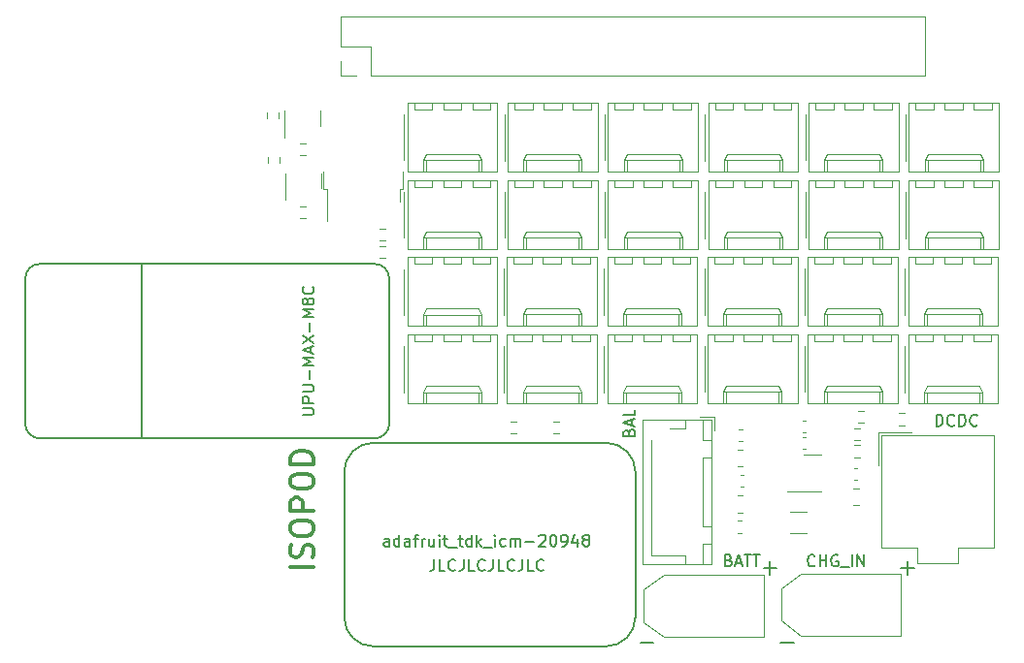
<source format=gbr>
%TF.GenerationSoftware,KiCad,Pcbnew,(6.0.1)*%
%TF.CreationDate,2022-03-24T21:22:16+00:00*%
%TF.ProjectId,isopod_distro,69736f70-6f64-45f6-9469-7374726f2e6b,rev?*%
%TF.SameCoordinates,Original*%
%TF.FileFunction,Legend,Top*%
%TF.FilePolarity,Positive*%
%FSLAX46Y46*%
G04 Gerber Fmt 4.6, Leading zero omitted, Abs format (unit mm)*
G04 Created by KiCad (PCBNEW (6.0.1)) date 2022-03-24 21:22:16*
%MOMM*%
%LPD*%
G01*
G04 APERTURE LIST*
%ADD10C,0.150000*%
%ADD11C,0.300000*%
%ADD12C,0.120000*%
G04 APERTURE END LIST*
D10*
X165180952Y-148352380D02*
X165180952Y-149066666D01*
X165133333Y-149209523D01*
X165038095Y-149304761D01*
X164895238Y-149352380D01*
X164800000Y-149352380D01*
X166133333Y-149352380D02*
X165657142Y-149352380D01*
X165657142Y-148352380D01*
X167038095Y-149257142D02*
X166990476Y-149304761D01*
X166847619Y-149352380D01*
X166752380Y-149352380D01*
X166609523Y-149304761D01*
X166514285Y-149209523D01*
X166466666Y-149114285D01*
X166419047Y-148923809D01*
X166419047Y-148780952D01*
X166466666Y-148590476D01*
X166514285Y-148495238D01*
X166609523Y-148400000D01*
X166752380Y-148352380D01*
X166847619Y-148352380D01*
X166990476Y-148400000D01*
X167038095Y-148447619D01*
X167752380Y-148352380D02*
X167752380Y-149066666D01*
X167704761Y-149209523D01*
X167609523Y-149304761D01*
X167466666Y-149352380D01*
X167371428Y-149352380D01*
X168704761Y-149352380D02*
X168228571Y-149352380D01*
X168228571Y-148352380D01*
X169609523Y-149257142D02*
X169561904Y-149304761D01*
X169419047Y-149352380D01*
X169323809Y-149352380D01*
X169180952Y-149304761D01*
X169085714Y-149209523D01*
X169038095Y-149114285D01*
X168990476Y-148923809D01*
X168990476Y-148780952D01*
X169038095Y-148590476D01*
X169085714Y-148495238D01*
X169180952Y-148400000D01*
X169323809Y-148352380D01*
X169419047Y-148352380D01*
X169561904Y-148400000D01*
X169609523Y-148447619D01*
X170323809Y-148352380D02*
X170323809Y-149066666D01*
X170276190Y-149209523D01*
X170180952Y-149304761D01*
X170038095Y-149352380D01*
X169942857Y-149352380D01*
X171276190Y-149352380D02*
X170800000Y-149352380D01*
X170800000Y-148352380D01*
X172180952Y-149257142D02*
X172133333Y-149304761D01*
X171990476Y-149352380D01*
X171895238Y-149352380D01*
X171752380Y-149304761D01*
X171657142Y-149209523D01*
X171609523Y-149114285D01*
X171561904Y-148923809D01*
X171561904Y-148780952D01*
X171609523Y-148590476D01*
X171657142Y-148495238D01*
X171752380Y-148400000D01*
X171895238Y-148352380D01*
X171990476Y-148352380D01*
X172133333Y-148400000D01*
X172180952Y-148447619D01*
X172895238Y-148352380D02*
X172895238Y-149066666D01*
X172847619Y-149209523D01*
X172752380Y-149304761D01*
X172609523Y-149352380D01*
X172514285Y-149352380D01*
X173847619Y-149352380D02*
X173371428Y-149352380D01*
X173371428Y-148352380D01*
X174752380Y-149257142D02*
X174704761Y-149304761D01*
X174561904Y-149352380D01*
X174466666Y-149352380D01*
X174323809Y-149304761D01*
X174228571Y-149209523D01*
X174180952Y-149114285D01*
X174133333Y-148923809D01*
X174133333Y-148780952D01*
X174180952Y-148590476D01*
X174228571Y-148495238D01*
X174323809Y-148400000D01*
X174466666Y-148352380D01*
X174561904Y-148352380D01*
X174704761Y-148400000D01*
X174752380Y-148447619D01*
D11*
X154654761Y-149047619D02*
X152654761Y-149047619D01*
X154559523Y-148190476D02*
X154654761Y-147904761D01*
X154654761Y-147428571D01*
X154559523Y-147238095D01*
X154464285Y-147142857D01*
X154273809Y-147047619D01*
X154083333Y-147047619D01*
X153892857Y-147142857D01*
X153797619Y-147238095D01*
X153702380Y-147428571D01*
X153607142Y-147809523D01*
X153511904Y-148000000D01*
X153416666Y-148095238D01*
X153226190Y-148190476D01*
X153035714Y-148190476D01*
X152845238Y-148095238D01*
X152750000Y-148000000D01*
X152654761Y-147809523D01*
X152654761Y-147333333D01*
X152750000Y-147047619D01*
X152654761Y-145809523D02*
X152654761Y-145428571D01*
X152750000Y-145238095D01*
X152940476Y-145047619D01*
X153321428Y-144952380D01*
X153988095Y-144952380D01*
X154369047Y-145047619D01*
X154559523Y-145238095D01*
X154654761Y-145428571D01*
X154654761Y-145809523D01*
X154559523Y-146000000D01*
X154369047Y-146190476D01*
X153988095Y-146285714D01*
X153321428Y-146285714D01*
X152940476Y-146190476D01*
X152750000Y-146000000D01*
X152654761Y-145809523D01*
X154654761Y-144095238D02*
X152654761Y-144095238D01*
X152654761Y-143333333D01*
X152750000Y-143142857D01*
X152845238Y-143047619D01*
X153035714Y-142952380D01*
X153321428Y-142952380D01*
X153511904Y-143047619D01*
X153607142Y-143142857D01*
X153702380Y-143333333D01*
X153702380Y-144095238D01*
X152654761Y-141714285D02*
X152654761Y-141333333D01*
X152750000Y-141142857D01*
X152940476Y-140952380D01*
X153321428Y-140857142D01*
X153988095Y-140857142D01*
X154369047Y-140952380D01*
X154559523Y-141142857D01*
X154654761Y-141333333D01*
X154654761Y-141714285D01*
X154559523Y-141904761D01*
X154369047Y-142095238D01*
X153988095Y-142190476D01*
X153321428Y-142190476D01*
X152940476Y-142095238D01*
X152750000Y-141904761D01*
X152654761Y-141714285D01*
X154654761Y-140000000D02*
X152654761Y-140000000D01*
X152654761Y-139523809D01*
X152750000Y-139238095D01*
X152940476Y-139047619D01*
X153130952Y-138952380D01*
X153511904Y-138857142D01*
X153797619Y-138857142D01*
X154178571Y-138952380D01*
X154369047Y-139047619D01*
X154559523Y-139238095D01*
X154654761Y-139523809D01*
X154654761Y-140000000D01*
D10*
%TO.C,J8*%
X208988095Y-136702380D02*
X208988095Y-135702380D01*
X209226190Y-135702380D01*
X209369047Y-135750000D01*
X209464285Y-135845238D01*
X209511904Y-135940476D01*
X209559523Y-136130952D01*
X209559523Y-136273809D01*
X209511904Y-136464285D01*
X209464285Y-136559523D01*
X209369047Y-136654761D01*
X209226190Y-136702380D01*
X208988095Y-136702380D01*
X210559523Y-136607142D02*
X210511904Y-136654761D01*
X210369047Y-136702380D01*
X210273809Y-136702380D01*
X210130952Y-136654761D01*
X210035714Y-136559523D01*
X209988095Y-136464285D01*
X209940476Y-136273809D01*
X209940476Y-136130952D01*
X209988095Y-135940476D01*
X210035714Y-135845238D01*
X210130952Y-135750000D01*
X210273809Y-135702380D01*
X210369047Y-135702380D01*
X210511904Y-135750000D01*
X210559523Y-135797619D01*
X210988095Y-136702380D02*
X210988095Y-135702380D01*
X211226190Y-135702380D01*
X211369047Y-135750000D01*
X211464285Y-135845238D01*
X211511904Y-135940476D01*
X211559523Y-136130952D01*
X211559523Y-136273809D01*
X211511904Y-136464285D01*
X211464285Y-136559523D01*
X211369047Y-136654761D01*
X211226190Y-136702380D01*
X210988095Y-136702380D01*
X212559523Y-136607142D02*
X212511904Y-136654761D01*
X212369047Y-136702380D01*
X212273809Y-136702380D01*
X212130952Y-136654761D01*
X212035714Y-136559523D01*
X211988095Y-136464285D01*
X211940476Y-136273809D01*
X211940476Y-136130952D01*
X211988095Y-135940476D01*
X212035714Y-135845238D01*
X212130952Y-135750000D01*
X212273809Y-135702380D01*
X212369047Y-135702380D01*
X212511904Y-135750000D01*
X212559523Y-135797619D01*
%TO.C,J16*%
X190880952Y-148428571D02*
X191023809Y-148476190D01*
X191071428Y-148523809D01*
X191119047Y-148619047D01*
X191119047Y-148761904D01*
X191071428Y-148857142D01*
X191023809Y-148904761D01*
X190928571Y-148952380D01*
X190547619Y-148952380D01*
X190547619Y-147952380D01*
X190880952Y-147952380D01*
X190976190Y-148000000D01*
X191023809Y-148047619D01*
X191071428Y-148142857D01*
X191071428Y-148238095D01*
X191023809Y-148333333D01*
X190976190Y-148380952D01*
X190880952Y-148428571D01*
X190547619Y-148428571D01*
X191500000Y-148666666D02*
X191976190Y-148666666D01*
X191404761Y-148952380D02*
X191738095Y-147952380D01*
X192071428Y-148952380D01*
X192261904Y-147952380D02*
X192833333Y-147952380D01*
X192547619Y-148952380D02*
X192547619Y-147952380D01*
X193023809Y-147952380D02*
X193595238Y-147952380D01*
X193309523Y-148952380D02*
X193309523Y-147952380D01*
X183178571Y-155607142D02*
X184321428Y-155607142D01*
X193928571Y-149107142D02*
X195071428Y-149107142D01*
X194500000Y-149678571D02*
X194500000Y-148535714D01*
%TO.C,J1*%
X198392857Y-148857142D02*
X198345238Y-148904761D01*
X198202380Y-148952380D01*
X198107142Y-148952380D01*
X197964285Y-148904761D01*
X197869047Y-148809523D01*
X197821428Y-148714285D01*
X197773809Y-148523809D01*
X197773809Y-148380952D01*
X197821428Y-148190476D01*
X197869047Y-148095238D01*
X197964285Y-148000000D01*
X198107142Y-147952380D01*
X198202380Y-147952380D01*
X198345238Y-148000000D01*
X198392857Y-148047619D01*
X198821428Y-148952380D02*
X198821428Y-147952380D01*
X198821428Y-148428571D02*
X199392857Y-148428571D01*
X199392857Y-148952380D02*
X199392857Y-147952380D01*
X200392857Y-148000000D02*
X200297619Y-147952380D01*
X200154761Y-147952380D01*
X200011904Y-148000000D01*
X199916666Y-148095238D01*
X199869047Y-148190476D01*
X199821428Y-148380952D01*
X199821428Y-148523809D01*
X199869047Y-148714285D01*
X199916666Y-148809523D01*
X200011904Y-148904761D01*
X200154761Y-148952380D01*
X200250000Y-148952380D01*
X200392857Y-148904761D01*
X200440476Y-148857142D01*
X200440476Y-148523809D01*
X200250000Y-148523809D01*
X200630952Y-149047619D02*
X201392857Y-149047619D01*
X201630952Y-148952380D02*
X201630952Y-147952380D01*
X202107142Y-148952380D02*
X202107142Y-147952380D01*
X202678571Y-148952380D01*
X202678571Y-147952380D01*
X205928571Y-149107142D02*
X207071428Y-149107142D01*
X206500000Y-149678571D02*
X206500000Y-148535714D01*
X195428571Y-155607142D02*
X196571428Y-155607142D01*
%TO.C,U2*%
X153702380Y-135721428D02*
X154511904Y-135721428D01*
X154607142Y-135673809D01*
X154654761Y-135626190D01*
X154702380Y-135530952D01*
X154702380Y-135340476D01*
X154654761Y-135245238D01*
X154607142Y-135197619D01*
X154511904Y-135150000D01*
X153702380Y-135150000D01*
X154702380Y-134673809D02*
X153702380Y-134673809D01*
X153702380Y-134292857D01*
X153750000Y-134197619D01*
X153797619Y-134150000D01*
X153892857Y-134102380D01*
X154035714Y-134102380D01*
X154130952Y-134150000D01*
X154178571Y-134197619D01*
X154226190Y-134292857D01*
X154226190Y-134673809D01*
X153702380Y-133673809D02*
X154511904Y-133673809D01*
X154607142Y-133626190D01*
X154654761Y-133578571D01*
X154702380Y-133483333D01*
X154702380Y-133292857D01*
X154654761Y-133197619D01*
X154607142Y-133150000D01*
X154511904Y-133102380D01*
X153702380Y-133102380D01*
X154321428Y-132626190D02*
X154321428Y-131864285D01*
X154702380Y-131388095D02*
X153702380Y-131388095D01*
X154416666Y-131054761D01*
X153702380Y-130721428D01*
X154702380Y-130721428D01*
X154416666Y-130292857D02*
X154416666Y-129816666D01*
X154702380Y-130388095D02*
X153702380Y-130054761D01*
X154702380Y-129721428D01*
X153702380Y-129483333D02*
X154702380Y-128816666D01*
X153702380Y-128816666D02*
X154702380Y-129483333D01*
X154321428Y-128435714D02*
X154321428Y-127673809D01*
X154702380Y-127197619D02*
X153702380Y-127197619D01*
X154416666Y-126864285D01*
X153702380Y-126530952D01*
X154702380Y-126530952D01*
X154130952Y-125911904D02*
X154083333Y-126007142D01*
X154035714Y-126054761D01*
X153940476Y-126102380D01*
X153892857Y-126102380D01*
X153797619Y-126054761D01*
X153750000Y-126007142D01*
X153702380Y-125911904D01*
X153702380Y-125721428D01*
X153750000Y-125626190D01*
X153797619Y-125578571D01*
X153892857Y-125530952D01*
X153940476Y-125530952D01*
X154035714Y-125578571D01*
X154083333Y-125626190D01*
X154130952Y-125721428D01*
X154130952Y-125911904D01*
X154178571Y-126007142D01*
X154226190Y-126054761D01*
X154321428Y-126102380D01*
X154511904Y-126102380D01*
X154607142Y-126054761D01*
X154654761Y-126007142D01*
X154702380Y-125911904D01*
X154702380Y-125721428D01*
X154654761Y-125626190D01*
X154607142Y-125578571D01*
X154511904Y-125530952D01*
X154321428Y-125530952D01*
X154226190Y-125578571D01*
X154178571Y-125626190D01*
X154130952Y-125721428D01*
X154607142Y-124530952D02*
X154654761Y-124578571D01*
X154702380Y-124721428D01*
X154702380Y-124816666D01*
X154654761Y-124959523D01*
X154559523Y-125054761D01*
X154464285Y-125102380D01*
X154273809Y-125150000D01*
X154130952Y-125150000D01*
X153940476Y-125102380D01*
X153845238Y-125054761D01*
X153750000Y-124959523D01*
X153702380Y-124816666D01*
X153702380Y-124721428D01*
X153750000Y-124578571D01*
X153797619Y-124530952D01*
%TO.C,U3*%
X161250000Y-147202380D02*
X161250000Y-146678571D01*
X161202380Y-146583333D01*
X161107142Y-146535714D01*
X160916666Y-146535714D01*
X160821428Y-146583333D01*
X161250000Y-147154761D02*
X161154761Y-147202380D01*
X160916666Y-147202380D01*
X160821428Y-147154761D01*
X160773809Y-147059523D01*
X160773809Y-146964285D01*
X160821428Y-146869047D01*
X160916666Y-146821428D01*
X161154761Y-146821428D01*
X161250000Y-146773809D01*
X162154761Y-147202380D02*
X162154761Y-146202380D01*
X162154761Y-147154761D02*
X162059523Y-147202380D01*
X161869047Y-147202380D01*
X161773809Y-147154761D01*
X161726190Y-147107142D01*
X161678571Y-147011904D01*
X161678571Y-146726190D01*
X161726190Y-146630952D01*
X161773809Y-146583333D01*
X161869047Y-146535714D01*
X162059523Y-146535714D01*
X162154761Y-146583333D01*
X163059523Y-147202380D02*
X163059523Y-146678571D01*
X163011904Y-146583333D01*
X162916666Y-146535714D01*
X162726190Y-146535714D01*
X162630952Y-146583333D01*
X163059523Y-147154761D02*
X162964285Y-147202380D01*
X162726190Y-147202380D01*
X162630952Y-147154761D01*
X162583333Y-147059523D01*
X162583333Y-146964285D01*
X162630952Y-146869047D01*
X162726190Y-146821428D01*
X162964285Y-146821428D01*
X163059523Y-146773809D01*
X163392857Y-146535714D02*
X163773809Y-146535714D01*
X163535714Y-147202380D02*
X163535714Y-146345238D01*
X163583333Y-146250000D01*
X163678571Y-146202380D01*
X163773809Y-146202380D01*
X164107142Y-147202380D02*
X164107142Y-146535714D01*
X164107142Y-146726190D02*
X164154761Y-146630952D01*
X164202380Y-146583333D01*
X164297619Y-146535714D01*
X164392857Y-146535714D01*
X165154761Y-146535714D02*
X165154761Y-147202380D01*
X164726190Y-146535714D02*
X164726190Y-147059523D01*
X164773809Y-147154761D01*
X164869047Y-147202380D01*
X165011904Y-147202380D01*
X165107142Y-147154761D01*
X165154761Y-147107142D01*
X165630952Y-147202380D02*
X165630952Y-146535714D01*
X165630952Y-146202380D02*
X165583333Y-146250000D01*
X165630952Y-146297619D01*
X165678571Y-146250000D01*
X165630952Y-146202380D01*
X165630952Y-146297619D01*
X165964285Y-146535714D02*
X166345238Y-146535714D01*
X166107142Y-146202380D02*
X166107142Y-147059523D01*
X166154761Y-147154761D01*
X166250000Y-147202380D01*
X166345238Y-147202380D01*
X166440476Y-147297619D02*
X167202380Y-147297619D01*
X167297619Y-146535714D02*
X167678571Y-146535714D01*
X167440476Y-146202380D02*
X167440476Y-147059523D01*
X167488095Y-147154761D01*
X167583333Y-147202380D01*
X167678571Y-147202380D01*
X168440476Y-147202380D02*
X168440476Y-146202380D01*
X168440476Y-147154761D02*
X168345238Y-147202380D01*
X168154761Y-147202380D01*
X168059523Y-147154761D01*
X168011904Y-147107142D01*
X167964285Y-147011904D01*
X167964285Y-146726190D01*
X168011904Y-146630952D01*
X168059523Y-146583333D01*
X168154761Y-146535714D01*
X168345238Y-146535714D01*
X168440476Y-146583333D01*
X168916666Y-147202380D02*
X168916666Y-146202380D01*
X169011904Y-146821428D02*
X169297619Y-147202380D01*
X169297619Y-146535714D02*
X168916666Y-146916666D01*
X169488095Y-147297619D02*
X170250000Y-147297619D01*
X170488095Y-147202380D02*
X170488095Y-146535714D01*
X170488095Y-146202380D02*
X170440476Y-146250000D01*
X170488095Y-146297619D01*
X170535714Y-146250000D01*
X170488095Y-146202380D01*
X170488095Y-146297619D01*
X171392857Y-147154761D02*
X171297619Y-147202380D01*
X171107142Y-147202380D01*
X171011904Y-147154761D01*
X170964285Y-147107142D01*
X170916666Y-147011904D01*
X170916666Y-146726190D01*
X170964285Y-146630952D01*
X171011904Y-146583333D01*
X171107142Y-146535714D01*
X171297619Y-146535714D01*
X171392857Y-146583333D01*
X171821428Y-147202380D02*
X171821428Y-146535714D01*
X171821428Y-146630952D02*
X171869047Y-146583333D01*
X171964285Y-146535714D01*
X172107142Y-146535714D01*
X172202380Y-146583333D01*
X172250000Y-146678571D01*
X172250000Y-147202380D01*
X172250000Y-146678571D02*
X172297619Y-146583333D01*
X172392857Y-146535714D01*
X172535714Y-146535714D01*
X172630952Y-146583333D01*
X172678571Y-146678571D01*
X172678571Y-147202380D01*
X173154761Y-146821428D02*
X173916666Y-146821428D01*
X174345238Y-146297619D02*
X174392857Y-146250000D01*
X174488095Y-146202380D01*
X174726190Y-146202380D01*
X174821428Y-146250000D01*
X174869047Y-146297619D01*
X174916666Y-146392857D01*
X174916666Y-146488095D01*
X174869047Y-146630952D01*
X174297619Y-147202380D01*
X174916666Y-147202380D01*
X175535714Y-146202380D02*
X175630952Y-146202380D01*
X175726190Y-146250000D01*
X175773809Y-146297619D01*
X175821428Y-146392857D01*
X175869047Y-146583333D01*
X175869047Y-146821428D01*
X175821428Y-147011904D01*
X175773809Y-147107142D01*
X175726190Y-147154761D01*
X175630952Y-147202380D01*
X175535714Y-147202380D01*
X175440476Y-147154761D01*
X175392857Y-147107142D01*
X175345238Y-147011904D01*
X175297619Y-146821428D01*
X175297619Y-146583333D01*
X175345238Y-146392857D01*
X175392857Y-146297619D01*
X175440476Y-146250000D01*
X175535714Y-146202380D01*
X176345238Y-147202380D02*
X176535714Y-147202380D01*
X176630952Y-147154761D01*
X176678571Y-147107142D01*
X176773809Y-146964285D01*
X176821428Y-146773809D01*
X176821428Y-146392857D01*
X176773809Y-146297619D01*
X176726190Y-146250000D01*
X176630952Y-146202380D01*
X176440476Y-146202380D01*
X176345238Y-146250000D01*
X176297619Y-146297619D01*
X176250000Y-146392857D01*
X176250000Y-146630952D01*
X176297619Y-146726190D01*
X176345238Y-146773809D01*
X176440476Y-146821428D01*
X176630952Y-146821428D01*
X176726190Y-146773809D01*
X176773809Y-146726190D01*
X176821428Y-146630952D01*
X177678571Y-146535714D02*
X177678571Y-147202380D01*
X177440476Y-146154761D02*
X177202380Y-146869047D01*
X177821428Y-146869047D01*
X178345238Y-146630952D02*
X178250000Y-146583333D01*
X178202380Y-146535714D01*
X178154761Y-146440476D01*
X178154761Y-146392857D01*
X178202380Y-146297619D01*
X178250000Y-146250000D01*
X178345238Y-146202380D01*
X178535714Y-146202380D01*
X178630952Y-146250000D01*
X178678571Y-146297619D01*
X178726190Y-146392857D01*
X178726190Y-146440476D01*
X178678571Y-146535714D01*
X178630952Y-146583333D01*
X178535714Y-146630952D01*
X178345238Y-146630952D01*
X178250000Y-146678571D01*
X178202380Y-146726190D01*
X178154761Y-146821428D01*
X178154761Y-147011904D01*
X178202380Y-147107142D01*
X178250000Y-147154761D01*
X178345238Y-147202380D01*
X178535714Y-147202380D01*
X178630952Y-147154761D01*
X178678571Y-147107142D01*
X178726190Y-147011904D01*
X178726190Y-146821428D01*
X178678571Y-146726190D01*
X178630952Y-146678571D01*
X178535714Y-146630952D01*
%TO.C,J29*%
X182178571Y-137261904D02*
X182226190Y-137119047D01*
X182273809Y-137071428D01*
X182369047Y-137023809D01*
X182511904Y-137023809D01*
X182607142Y-137071428D01*
X182654761Y-137119047D01*
X182702380Y-137214285D01*
X182702380Y-137595238D01*
X181702380Y-137595238D01*
X181702380Y-137261904D01*
X181750000Y-137166666D01*
X181797619Y-137119047D01*
X181892857Y-137071428D01*
X181988095Y-137071428D01*
X182083333Y-137119047D01*
X182130952Y-137166666D01*
X182178571Y-137261904D01*
X182178571Y-137595238D01*
X182416666Y-136642857D02*
X182416666Y-136166666D01*
X182702380Y-136738095D02*
X181702380Y-136404761D01*
X182702380Y-136071428D01*
X182702380Y-135261904D02*
X182702380Y-135738095D01*
X181702380Y-135738095D01*
D12*
%TO.C,J8*%
X214010000Y-147310000D02*
X210910000Y-147310000D01*
X210910000Y-147310000D02*
X210910000Y-148710000D01*
X209100000Y-137490000D02*
X204190000Y-137490000D01*
X214010000Y-137490000D02*
X214010000Y-147310000D01*
X209100000Y-137490000D02*
X214010000Y-137490000D01*
X207290000Y-147310000D02*
X207290000Y-148710000D01*
X203950000Y-137250000D02*
X203950000Y-140100000D01*
X204190000Y-137490000D02*
X204190000Y-147310000D01*
X206800000Y-137250000D02*
X203950000Y-137250000D01*
X210910000Y-148710000D02*
X209100000Y-148710000D01*
X207290000Y-148710000D02*
X209100000Y-148710000D01*
X204190000Y-147310000D02*
X207290000Y-147310000D01*
%TO.C,Q2*%
X155310000Y-115250000D02*
X155310000Y-114600000D01*
X152190000Y-115250000D02*
X152190000Y-114600000D01*
X155310000Y-115250000D02*
X155310000Y-115900000D01*
X152190000Y-115250000D02*
X152190000Y-116925000D01*
%TO.C,R11*%
X153495276Y-113022500D02*
X154004724Y-113022500D01*
X153495276Y-111977500D02*
X154004724Y-111977500D01*
%TO.C,C1*%
X197316233Y-138710000D02*
X197608767Y-138710000D01*
X197316233Y-137690000D02*
X197608767Y-137690000D01*
%TO.C,J23*%
X162850000Y-128720000D02*
X162850000Y-134740000D01*
X162850000Y-134740000D02*
X170690000Y-134740000D01*
X168510000Y-129320000D02*
X170110000Y-129320000D01*
X165030000Y-129320000D02*
X165030000Y-128720000D01*
X162560000Y-129750000D02*
X162560000Y-133750000D01*
X168510000Y-128720000D02*
X168510000Y-129320000D01*
X164230000Y-133740000D02*
X164480000Y-133210000D01*
X170690000Y-134740000D02*
X170690000Y-128720000D01*
X164480000Y-133210000D02*
X169060000Y-133210000D01*
X170690000Y-128720000D02*
X162850000Y-128720000D01*
X169060000Y-133210000D02*
X169310000Y-133740000D01*
X164230000Y-133740000D02*
X169310000Y-133740000D01*
X169060000Y-134740000D02*
X169060000Y-133740000D01*
X170110000Y-129320000D02*
X170110000Y-128720000D01*
X164230000Y-134740000D02*
X164230000Y-133740000D01*
X163430000Y-129320000D02*
X165030000Y-129320000D01*
X165970000Y-128720000D02*
X165970000Y-129320000D01*
X167570000Y-129320000D02*
X167570000Y-128720000D01*
X165970000Y-129320000D02*
X167570000Y-129320000D01*
X163430000Y-128720000D02*
X163430000Y-129320000D01*
X164480000Y-134740000D02*
X164480000Y-133740000D01*
X169310000Y-133740000D02*
X169310000Y-134740000D01*
%TO.C,J15*%
X208230000Y-121260000D02*
X208230000Y-120260000D01*
X213060000Y-120260000D02*
X213060000Y-121260000D01*
X209720000Y-115240000D02*
X209720000Y-115840000D01*
X212810000Y-119730000D02*
X213060000Y-120260000D01*
X209720000Y-115840000D02*
X211320000Y-115840000D01*
X208230000Y-119730000D02*
X212810000Y-119730000D01*
X214440000Y-115240000D02*
X206600000Y-115240000D01*
X207180000Y-115840000D02*
X208780000Y-115840000D01*
X211320000Y-115840000D02*
X211320000Y-115240000D01*
X207980000Y-120260000D02*
X208230000Y-119730000D01*
X206600000Y-121260000D02*
X214440000Y-121260000D01*
X206600000Y-115240000D02*
X206600000Y-121260000D01*
X207180000Y-115240000D02*
X207180000Y-115840000D01*
X213860000Y-115840000D02*
X213860000Y-115240000D01*
X214440000Y-121260000D02*
X214440000Y-115240000D01*
X206310000Y-116270000D02*
X206310000Y-120270000D01*
X207980000Y-121260000D02*
X207980000Y-120260000D01*
X207980000Y-120260000D02*
X213060000Y-120260000D01*
X208780000Y-115840000D02*
X208780000Y-115240000D01*
X212260000Y-115240000D02*
X212260000Y-115840000D01*
X212260000Y-115840000D02*
X213860000Y-115840000D01*
X212810000Y-121260000D02*
X212810000Y-120260000D01*
%TO.C,R12*%
X150590000Y-109817224D02*
X150590000Y-109307776D01*
X151635000Y-109817224D02*
X151635000Y-109307776D01*
%TO.C,J30*%
X157045000Y-106105000D02*
X157045000Y-104775000D01*
X159645000Y-103505000D02*
X157045000Y-103505000D01*
X157045000Y-100905000D02*
X207965000Y-100905000D01*
X207965000Y-106105000D02*
X207965000Y-100905000D01*
X159645000Y-106105000D02*
X159645000Y-103505000D01*
X157045000Y-103505000D02*
X157045000Y-100905000D01*
X159645000Y-106105000D02*
X207965000Y-106105000D01*
X158375000Y-106105000D02*
X157045000Y-106105000D01*
%TO.C,Q3*%
X155260000Y-109812500D02*
X155260000Y-109162500D01*
X155260000Y-109812500D02*
X155260000Y-110462500D01*
X152140000Y-109812500D02*
X152140000Y-111487500D01*
X152140000Y-109812500D02*
X152140000Y-109162500D01*
%TO.C,J11*%
X171600000Y-121240000D02*
X179440000Y-121240000D01*
X172180000Y-115220000D02*
X172180000Y-115820000D01*
X172180000Y-115820000D02*
X173780000Y-115820000D01*
X178860000Y-115820000D02*
X178860000Y-115220000D01*
X172980000Y-121240000D02*
X172980000Y-120240000D01*
X179440000Y-121240000D02*
X179440000Y-115220000D01*
X171600000Y-115220000D02*
X171600000Y-121240000D01*
X172980000Y-120240000D02*
X178060000Y-120240000D01*
X174720000Y-115820000D02*
X176320000Y-115820000D01*
X177260000Y-115820000D02*
X178860000Y-115820000D01*
X171310000Y-116250000D02*
X171310000Y-120250000D01*
X178060000Y-120240000D02*
X178060000Y-121240000D01*
X177810000Y-119710000D02*
X178060000Y-120240000D01*
X173780000Y-115820000D02*
X173780000Y-115220000D01*
X174720000Y-115220000D02*
X174720000Y-115820000D01*
X173230000Y-121240000D02*
X173230000Y-120240000D01*
X172980000Y-120240000D02*
X173230000Y-119710000D01*
X176320000Y-115820000D02*
X176320000Y-115220000D01*
X177260000Y-115220000D02*
X177260000Y-115820000D01*
X177810000Y-121240000D02*
X177810000Y-120240000D01*
X179440000Y-115220000D02*
X171600000Y-115220000D01*
X173230000Y-119710000D02*
X177810000Y-119710000D01*
%TO.C,J16*%
X183490000Y-150990000D02*
X183490000Y-153810000D01*
X183490000Y-153810000D02*
X185190000Y-155110000D01*
X183490000Y-150990000D02*
X185190000Y-149690000D01*
X193910000Y-149690000D02*
X193910000Y-155110000D01*
X185190000Y-155110000D02*
X193910000Y-155110000D01*
X185190000Y-149690000D02*
X193910000Y-149690000D01*
%TO.C,J14*%
X197850000Y-121240000D02*
X205690000Y-121240000D01*
X198430000Y-115820000D02*
X200030000Y-115820000D01*
X203510000Y-115220000D02*
X203510000Y-115820000D01*
X199480000Y-121240000D02*
X199480000Y-120240000D01*
X204310000Y-120240000D02*
X204310000Y-121240000D01*
X205690000Y-121240000D02*
X205690000Y-115220000D01*
X202570000Y-115820000D02*
X202570000Y-115220000D01*
X199480000Y-119710000D02*
X204060000Y-119710000D01*
X205110000Y-115820000D02*
X205110000Y-115220000D01*
X197850000Y-115220000D02*
X197850000Y-121240000D01*
X204060000Y-119710000D02*
X204310000Y-120240000D01*
X200970000Y-115820000D02*
X202570000Y-115820000D01*
X199230000Y-121240000D02*
X199230000Y-120240000D01*
X199230000Y-120240000D02*
X204310000Y-120240000D01*
X200030000Y-115820000D02*
X200030000Y-115220000D01*
X204060000Y-121240000D02*
X204060000Y-120240000D01*
X199230000Y-120240000D02*
X199480000Y-119710000D01*
X200970000Y-115220000D02*
X200970000Y-115820000D01*
X203510000Y-115820000D02*
X205110000Y-115820000D01*
X198430000Y-115220000D02*
X198430000Y-115820000D01*
X205690000Y-115220000D02*
X197850000Y-115220000D01*
X197560000Y-116250000D02*
X197560000Y-120250000D01*
%TO.C,R4*%
X196222936Y-146010000D02*
X197677064Y-146010000D01*
X196222936Y-144190000D02*
X197677064Y-144190000D01*
%TO.C,J13*%
X190480000Y-120260000D02*
X195560000Y-120260000D01*
X189100000Y-115240000D02*
X189100000Y-121260000D01*
X195310000Y-121260000D02*
X195310000Y-120260000D01*
X191280000Y-115840000D02*
X191280000Y-115240000D01*
X196360000Y-115840000D02*
X196360000Y-115240000D01*
X192220000Y-115240000D02*
X192220000Y-115840000D01*
X188810000Y-116270000D02*
X188810000Y-120270000D01*
X194760000Y-115840000D02*
X196360000Y-115840000D01*
X190730000Y-121260000D02*
X190730000Y-120260000D01*
X189100000Y-121260000D02*
X196940000Y-121260000D01*
X190480000Y-121260000D02*
X190480000Y-120260000D01*
X190480000Y-120260000D02*
X190730000Y-119730000D01*
X194760000Y-115240000D02*
X194760000Y-115840000D01*
X193820000Y-115840000D02*
X193820000Y-115240000D01*
X196940000Y-115240000D02*
X189100000Y-115240000D01*
X196940000Y-121260000D02*
X196940000Y-115240000D01*
X195310000Y-119730000D02*
X195560000Y-120260000D01*
X190730000Y-119730000D02*
X195310000Y-119730000D01*
X195560000Y-120260000D02*
X195560000Y-121260000D01*
X189680000Y-115240000D02*
X189680000Y-115840000D01*
X189680000Y-115840000D02*
X191280000Y-115840000D01*
X192220000Y-115840000D02*
X193820000Y-115840000D01*
%TO.C,C5*%
X192183767Y-142010000D02*
X191891233Y-142010000D01*
X192183767Y-140990000D02*
X191891233Y-140990000D01*
%TO.C,R8*%
X171857776Y-137322500D02*
X172367224Y-137322500D01*
X171857776Y-136277500D02*
X172367224Y-136277500D01*
%TO.C,J1*%
X195490000Y-153710000D02*
X197190000Y-155010000D01*
X195490000Y-150890000D02*
X197190000Y-149590000D01*
X195490000Y-150890000D02*
X195490000Y-153710000D01*
X205910000Y-149590000D02*
X205910000Y-155010000D01*
X197190000Y-155010000D02*
X205910000Y-155010000D01*
X197190000Y-149590000D02*
X205910000Y-149590000D01*
%TO.C,R1*%
X202227064Y-143635000D02*
X201772936Y-143635000D01*
X202227064Y-142165000D02*
X201772936Y-142165000D01*
%TO.C,J19*%
X180870000Y-121930000D02*
X180870000Y-122530000D01*
X185950000Y-121930000D02*
X185950000Y-122530000D01*
X180290000Y-127950000D02*
X188130000Y-127950000D01*
X182470000Y-122530000D02*
X182470000Y-121930000D01*
X180870000Y-122530000D02*
X182470000Y-122530000D01*
X181670000Y-126950000D02*
X186750000Y-126950000D01*
X186500000Y-127950000D02*
X186500000Y-126950000D01*
X186750000Y-126950000D02*
X186750000Y-127950000D01*
X187550000Y-122530000D02*
X187550000Y-121930000D01*
X181920000Y-126420000D02*
X186500000Y-126420000D01*
X188130000Y-127950000D02*
X188130000Y-121930000D01*
X181920000Y-127950000D02*
X181920000Y-126950000D01*
X186500000Y-126420000D02*
X186750000Y-126950000D01*
X183410000Y-121930000D02*
X183410000Y-122530000D01*
X180290000Y-121930000D02*
X180290000Y-127950000D01*
X183410000Y-122530000D02*
X185010000Y-122530000D01*
X181670000Y-126950000D02*
X181920000Y-126420000D01*
X188130000Y-121930000D02*
X180290000Y-121930000D01*
X185010000Y-122530000D02*
X185010000Y-121930000D01*
X185950000Y-122530000D02*
X187550000Y-122530000D01*
X181670000Y-127950000D02*
X181670000Y-126950000D01*
X180000000Y-122960000D02*
X180000000Y-126960000D01*
%TO.C,R5*%
X160917224Y-120522500D02*
X160407776Y-120522500D01*
X160917224Y-119477500D02*
X160407776Y-119477500D01*
%TO.C,J2*%
X162560000Y-109480000D02*
X162560000Y-113480000D01*
X164480000Y-112940000D02*
X169060000Y-112940000D01*
X170690000Y-108450000D02*
X162850000Y-108450000D01*
X164230000Y-113470000D02*
X169310000Y-113470000D01*
X164480000Y-114470000D02*
X164480000Y-113470000D01*
X169060000Y-112940000D02*
X169310000Y-113470000D01*
X164230000Y-114470000D02*
X164230000Y-113470000D01*
X164230000Y-113470000D02*
X164480000Y-112940000D01*
X163430000Y-109050000D02*
X165030000Y-109050000D01*
X168510000Y-109050000D02*
X170110000Y-109050000D01*
X168510000Y-108450000D02*
X168510000Y-109050000D01*
X170110000Y-109050000D02*
X170110000Y-108450000D01*
X169060000Y-114470000D02*
X169060000Y-113470000D01*
X162850000Y-108450000D02*
X162850000Y-114470000D01*
X163430000Y-108450000D02*
X163430000Y-109050000D01*
X165030000Y-109050000D02*
X165030000Y-108450000D01*
X165970000Y-109050000D02*
X167570000Y-109050000D01*
X170690000Y-114470000D02*
X170690000Y-108450000D01*
X162850000Y-114470000D02*
X170690000Y-114470000D01*
X169310000Y-113470000D02*
X169310000Y-114470000D01*
X167570000Y-109050000D02*
X167570000Y-108450000D01*
X165970000Y-108450000D02*
X165970000Y-109050000D01*
%TO.C,C4*%
X201816233Y-141410000D02*
X202108767Y-141410000D01*
X201816233Y-140390000D02*
X202108767Y-140390000D01*
%TO.C,R2*%
X191672936Y-138765000D02*
X192127064Y-138765000D01*
X191672936Y-140235000D02*
X192127064Y-140235000D01*
%TO.C,J25*%
X180290000Y-134740000D02*
X188130000Y-134740000D01*
X186500000Y-133210000D02*
X186750000Y-133740000D01*
X181920000Y-133210000D02*
X186500000Y-133210000D01*
X180290000Y-128720000D02*
X180290000Y-134740000D01*
X186500000Y-134740000D02*
X186500000Y-133740000D01*
X185950000Y-129320000D02*
X187550000Y-129320000D01*
X180000000Y-129750000D02*
X180000000Y-133750000D01*
X181920000Y-134740000D02*
X181920000Y-133740000D01*
X181670000Y-134740000D02*
X181670000Y-133740000D01*
X186750000Y-133740000D02*
X186750000Y-134740000D01*
X185010000Y-129320000D02*
X185010000Y-128720000D01*
X188130000Y-134740000D02*
X188130000Y-128720000D01*
X187550000Y-129320000D02*
X187550000Y-128720000D01*
X183410000Y-129320000D02*
X185010000Y-129320000D01*
X181670000Y-133740000D02*
X181920000Y-133210000D01*
X185950000Y-128720000D02*
X185950000Y-129320000D01*
X182470000Y-129320000D02*
X182470000Y-128720000D01*
X180870000Y-129320000D02*
X182470000Y-129320000D01*
X183410000Y-128720000D02*
X183410000Y-129320000D01*
X180870000Y-128720000D02*
X180870000Y-129320000D01*
X181670000Y-133740000D02*
X186750000Y-133740000D01*
X188130000Y-128720000D02*
X180290000Y-128720000D01*
D10*
%TO.C,U2*%
X129520000Y-136500000D02*
X129520000Y-123800000D01*
X160000000Y-137770000D02*
X130790000Y-137770000D01*
X161270000Y-123800000D02*
X161270000Y-136500000D01*
X130790000Y-122530000D02*
X160000000Y-122530000D01*
X139680000Y-122530000D02*
X139680000Y-137770000D01*
X130790000Y-122530000D02*
G75*
G03*
X129520000Y-123800000I-1J-1269999D01*
G01*
X161270000Y-123800000D02*
G75*
G03*
X160000000Y-122530000I-1269999J1D01*
G01*
X160000000Y-137770000D02*
G75*
G03*
X161270000Y-136500000I1J1269999D01*
G01*
X129520000Y-136500000D02*
G75*
G03*
X130790000Y-137770000I1269999J-1D01*
G01*
D12*
%TO.C,R3*%
X191672936Y-142765000D02*
X192127064Y-142765000D01*
X191672936Y-144235000D02*
X192127064Y-144235000D01*
D10*
%TO.C,U3*%
X159880000Y-138160000D02*
X180200000Y-138160000D01*
X182740000Y-140700000D02*
X182740000Y-153400000D01*
X157340000Y-153400000D02*
X157340000Y-140700000D01*
X180200000Y-155940000D02*
X159880000Y-155940000D01*
X159880000Y-138160000D02*
G75*
G03*
X157340000Y-140700000I1J-2540001D01*
G01*
X182740000Y-140700000D02*
G75*
G03*
X180200000Y-138160000I-2540001J-1D01*
G01*
X157340000Y-153400000D02*
G75*
G03*
X159880000Y-155940000I2540001J1D01*
G01*
X180200000Y-155940000D02*
G75*
G03*
X182740000Y-153400000I-1J2540001D01*
G01*
D12*
%TO.C,J4*%
X180350000Y-108450000D02*
X180350000Y-114470000D01*
X188190000Y-108450000D02*
X180350000Y-108450000D01*
X180930000Y-109050000D02*
X182530000Y-109050000D01*
X181730000Y-114470000D02*
X181730000Y-113470000D01*
X182530000Y-109050000D02*
X182530000Y-108450000D01*
X181730000Y-113470000D02*
X186810000Y-113470000D01*
X180060000Y-109480000D02*
X180060000Y-113480000D01*
X186560000Y-114470000D02*
X186560000Y-113470000D01*
X187610000Y-109050000D02*
X187610000Y-108450000D01*
X181980000Y-112940000D02*
X186560000Y-112940000D01*
X181730000Y-113470000D02*
X181980000Y-112940000D01*
X180350000Y-114470000D02*
X188190000Y-114470000D01*
X186560000Y-112940000D02*
X186810000Y-113470000D01*
X180930000Y-108450000D02*
X180930000Y-109050000D01*
X188190000Y-114470000D02*
X188190000Y-108450000D01*
X183470000Y-109050000D02*
X185070000Y-109050000D01*
X186810000Y-113470000D02*
X186810000Y-114470000D01*
X183470000Y-108450000D02*
X183470000Y-109050000D01*
X186010000Y-108450000D02*
X186010000Y-109050000D01*
X186010000Y-109050000D02*
X187610000Y-109050000D01*
X181980000Y-114470000D02*
X181980000Y-113470000D01*
X185070000Y-109050000D02*
X185070000Y-108450000D01*
%TO.C,C3*%
X191791233Y-138010000D02*
X192083767Y-138010000D01*
X191791233Y-136990000D02*
X192083767Y-136990000D01*
%TO.C,J29*%
X188600000Y-139450000D02*
X188600000Y-145450000D01*
X187100000Y-136900000D02*
X185760000Y-136900000D01*
X189360000Y-148760000D02*
X189360000Y-136140000D01*
X187100000Y-148750000D02*
X187100000Y-148000000D01*
X189350000Y-148750000D02*
X189350000Y-146950000D01*
X184150000Y-148000000D02*
X184150000Y-142450000D01*
X188600000Y-136150000D02*
X188600000Y-137950000D01*
X189350000Y-146950000D02*
X188600000Y-146950000D01*
X188600000Y-146950000D02*
X188600000Y-148750000D01*
X189350000Y-145450000D02*
X189350000Y-139450000D01*
X189650000Y-135850000D02*
X188400000Y-135850000D01*
X187100000Y-148000000D02*
X184150000Y-148000000D01*
X188600000Y-137950000D02*
X189350000Y-137950000D01*
X183390000Y-148760000D02*
X189360000Y-148760000D01*
X188600000Y-148750000D02*
X189350000Y-148750000D01*
X189350000Y-136150000D02*
X188600000Y-136150000D01*
X189350000Y-137950000D02*
X189350000Y-136150000D01*
X183390000Y-136140000D02*
X183390000Y-148760000D01*
X189650000Y-137100000D02*
X189650000Y-135850000D01*
X187100000Y-136150000D02*
X187100000Y-136900000D01*
X188600000Y-145450000D02*
X189350000Y-145450000D01*
X184150000Y-142450000D02*
X184150000Y-137960000D01*
X189360000Y-136140000D02*
X183390000Y-136140000D01*
X189350000Y-139450000D02*
X188600000Y-139450000D01*
%TO.C,J17*%
X164230000Y-126970000D02*
X169310000Y-126970000D01*
X170690000Y-127970000D02*
X170690000Y-121950000D01*
X162560000Y-122980000D02*
X162560000Y-126980000D01*
X164230000Y-126970000D02*
X164480000Y-126440000D01*
X168510000Y-122550000D02*
X170110000Y-122550000D01*
X167570000Y-122550000D02*
X167570000Y-121950000D01*
X163430000Y-122550000D02*
X165030000Y-122550000D01*
X164480000Y-126440000D02*
X169060000Y-126440000D01*
X169310000Y-126970000D02*
X169310000Y-127970000D01*
X163430000Y-121950000D02*
X163430000Y-122550000D01*
X162850000Y-121950000D02*
X162850000Y-127970000D01*
X169060000Y-127970000D02*
X169060000Y-126970000D01*
X165970000Y-121950000D02*
X165970000Y-122550000D01*
X164230000Y-127970000D02*
X164230000Y-126970000D01*
X169060000Y-126440000D02*
X169310000Y-126970000D01*
X168510000Y-121950000D02*
X168510000Y-122550000D01*
X170690000Y-121950000D02*
X162850000Y-121950000D01*
X164480000Y-127970000D02*
X164480000Y-126970000D01*
X165030000Y-122550000D02*
X165030000Y-121950000D01*
X162850000Y-127970000D02*
X170690000Y-127970000D01*
X170110000Y-122550000D02*
X170110000Y-121950000D01*
X165970000Y-122550000D02*
X167570000Y-122550000D01*
%TO.C,C6*%
X191983767Y-146010000D02*
X191691233Y-146010000D01*
X191983767Y-144990000D02*
X191691233Y-144990000D01*
%TO.C,J27*%
X203450000Y-129300000D02*
X205050000Y-129300000D01*
X199420000Y-134720000D02*
X199420000Y-133720000D01*
X200910000Y-128700000D02*
X200910000Y-129300000D01*
X199170000Y-134720000D02*
X199170000Y-133720000D01*
X199970000Y-129300000D02*
X199970000Y-128700000D01*
X204000000Y-133190000D02*
X204250000Y-133720000D01*
X198370000Y-129300000D02*
X199970000Y-129300000D01*
X199420000Y-133190000D02*
X204000000Y-133190000D01*
X197790000Y-134720000D02*
X205630000Y-134720000D01*
X198370000Y-128700000D02*
X198370000Y-129300000D01*
X204000000Y-134720000D02*
X204000000Y-133720000D01*
X197790000Y-128700000D02*
X197790000Y-134720000D01*
X199170000Y-133720000D02*
X199420000Y-133190000D01*
X205050000Y-129300000D02*
X205050000Y-128700000D01*
X197500000Y-129730000D02*
X197500000Y-133730000D01*
X202510000Y-129300000D02*
X202510000Y-128700000D01*
X200910000Y-129300000D02*
X202510000Y-129300000D01*
X204250000Y-133720000D02*
X204250000Y-134720000D01*
X205630000Y-134720000D02*
X205630000Y-128700000D01*
X203450000Y-128700000D02*
X203450000Y-129300000D01*
X205630000Y-128700000D02*
X197790000Y-128700000D01*
X199170000Y-133720000D02*
X204250000Y-133720000D01*
%TO.C,J6*%
X202570000Y-109050000D02*
X202570000Y-108450000D01*
X197850000Y-108450000D02*
X197850000Y-114470000D01*
X198430000Y-109050000D02*
X200030000Y-109050000D01*
X205110000Y-109050000D02*
X205110000Y-108450000D01*
X199230000Y-114470000D02*
X199230000Y-113470000D01*
X199230000Y-113470000D02*
X199480000Y-112940000D01*
X200970000Y-109050000D02*
X202570000Y-109050000D01*
X204060000Y-112940000D02*
X204310000Y-113470000D01*
X200970000Y-108450000D02*
X200970000Y-109050000D01*
X205690000Y-114470000D02*
X205690000Y-108450000D01*
X203510000Y-108450000D02*
X203510000Y-109050000D01*
X200030000Y-109050000D02*
X200030000Y-108450000D01*
X198430000Y-108450000D02*
X198430000Y-109050000D01*
X199230000Y-113470000D02*
X204310000Y-113470000D01*
X197850000Y-114470000D02*
X205690000Y-114470000D01*
X204310000Y-113470000D02*
X204310000Y-114470000D01*
X203510000Y-109050000D02*
X205110000Y-109050000D01*
X199480000Y-114470000D02*
X199480000Y-113470000D01*
X204060000Y-114470000D02*
X204060000Y-113470000D01*
X205690000Y-108450000D02*
X197850000Y-108450000D01*
X199480000Y-112940000D02*
X204060000Y-112940000D01*
X197560000Y-109480000D02*
X197560000Y-113480000D01*
%TO.C,J20*%
X195250000Y-126420000D02*
X195500000Y-126950000D01*
X195500000Y-126950000D02*
X195500000Y-127950000D01*
X189040000Y-127950000D02*
X196880000Y-127950000D01*
X188750000Y-122960000D02*
X188750000Y-126960000D01*
X192160000Y-122530000D02*
X193760000Y-122530000D01*
X189620000Y-121930000D02*
X189620000Y-122530000D01*
X195250000Y-127950000D02*
X195250000Y-126950000D01*
X192160000Y-121930000D02*
X192160000Y-122530000D01*
X189040000Y-121930000D02*
X189040000Y-127950000D01*
X190670000Y-126420000D02*
X195250000Y-126420000D01*
X196880000Y-127950000D02*
X196880000Y-121930000D01*
X194700000Y-122530000D02*
X196300000Y-122530000D01*
X191220000Y-122530000D02*
X191220000Y-121930000D01*
X194700000Y-121930000D02*
X194700000Y-122530000D01*
X189620000Y-122530000D02*
X191220000Y-122530000D01*
X196880000Y-121930000D02*
X189040000Y-121930000D01*
X190420000Y-127950000D02*
X190420000Y-126950000D01*
X190420000Y-126950000D02*
X190670000Y-126420000D01*
X190420000Y-126950000D02*
X195500000Y-126950000D01*
X193760000Y-122530000D02*
X193760000Y-121930000D01*
X190670000Y-127950000D02*
X190670000Y-126950000D01*
X196300000Y-122530000D02*
X196300000Y-121930000D01*
%TO.C,R7*%
X176054724Y-136287500D02*
X175545276Y-136287500D01*
X176054724Y-137332500D02*
X175545276Y-137332500D01*
%TO.C,J12*%
X187610000Y-115820000D02*
X187610000Y-115220000D01*
X186810000Y-120240000D02*
X186810000Y-121240000D01*
X186010000Y-115820000D02*
X187610000Y-115820000D01*
X183470000Y-115820000D02*
X185070000Y-115820000D01*
X181980000Y-121240000D02*
X181980000Y-120240000D01*
X186560000Y-119710000D02*
X186810000Y-120240000D01*
X180930000Y-115820000D02*
X182530000Y-115820000D01*
X181980000Y-119710000D02*
X186560000Y-119710000D01*
X185070000Y-115820000D02*
X185070000Y-115220000D01*
X186010000Y-115220000D02*
X186010000Y-115820000D01*
X188190000Y-115220000D02*
X180350000Y-115220000D01*
X181730000Y-120240000D02*
X186810000Y-120240000D01*
X181730000Y-121240000D02*
X181730000Y-120240000D01*
X180930000Y-115220000D02*
X180930000Y-115820000D01*
X180060000Y-116250000D02*
X180060000Y-120250000D01*
X182530000Y-115820000D02*
X182530000Y-115220000D01*
X188190000Y-121240000D02*
X188190000Y-115220000D01*
X186560000Y-121240000D02*
X186560000Y-120240000D01*
X181730000Y-120240000D02*
X181980000Y-119710000D01*
X180350000Y-115220000D02*
X180350000Y-121240000D01*
X183470000Y-115220000D02*
X183470000Y-115820000D01*
X180350000Y-121240000D02*
X188190000Y-121240000D01*
%TO.C,J5*%
X194760000Y-108470000D02*
X194760000Y-109070000D01*
X190730000Y-114490000D02*
X190730000Y-113490000D01*
X194760000Y-109070000D02*
X196360000Y-109070000D01*
X196360000Y-109070000D02*
X196360000Y-108470000D01*
X192220000Y-108470000D02*
X192220000Y-109070000D01*
X195560000Y-113490000D02*
X195560000Y-114490000D01*
X192220000Y-109070000D02*
X193820000Y-109070000D01*
X196940000Y-108470000D02*
X189100000Y-108470000D01*
X191280000Y-109070000D02*
X191280000Y-108470000D01*
X190480000Y-113490000D02*
X190730000Y-112960000D01*
X189100000Y-108470000D02*
X189100000Y-114490000D01*
X190730000Y-112960000D02*
X195310000Y-112960000D01*
X190480000Y-114490000D02*
X190480000Y-113490000D01*
X195310000Y-114490000D02*
X195310000Y-113490000D01*
X190480000Y-113490000D02*
X195560000Y-113490000D01*
X195310000Y-112960000D02*
X195560000Y-113490000D01*
X196940000Y-114490000D02*
X196940000Y-108470000D01*
X193820000Y-109070000D02*
X193820000Y-108470000D01*
X189680000Y-108470000D02*
X189680000Y-109070000D01*
X189680000Y-109070000D02*
X191280000Y-109070000D01*
X188810000Y-109500000D02*
X188810000Y-113500000D01*
X189100000Y-114490000D02*
X196940000Y-114490000D01*
%TO.C,J10*%
X168510000Y-115820000D02*
X170110000Y-115820000D01*
X164230000Y-120240000D02*
X169310000Y-120240000D01*
X163430000Y-115820000D02*
X165030000Y-115820000D01*
X165030000Y-115820000D02*
X165030000Y-115220000D01*
X165970000Y-115220000D02*
X165970000Y-115820000D01*
X170690000Y-115220000D02*
X162850000Y-115220000D01*
X169310000Y-120240000D02*
X169310000Y-121240000D01*
X169060000Y-121240000D02*
X169060000Y-120240000D01*
X167570000Y-115820000D02*
X167570000Y-115220000D01*
X169060000Y-119710000D02*
X169310000Y-120240000D01*
X164480000Y-121240000D02*
X164480000Y-120240000D01*
X162850000Y-115220000D02*
X162850000Y-121240000D01*
X164230000Y-120240000D02*
X164480000Y-119710000D01*
X162850000Y-121240000D02*
X170690000Y-121240000D01*
X162560000Y-116250000D02*
X162560000Y-120250000D01*
X164480000Y-119710000D02*
X169060000Y-119710000D01*
X168510000Y-115220000D02*
X168510000Y-115820000D01*
X163430000Y-115220000D02*
X163430000Y-115820000D01*
X170690000Y-121240000D02*
X170690000Y-115220000D01*
X164230000Y-121240000D02*
X164230000Y-120240000D01*
X170110000Y-115820000D02*
X170110000Y-115220000D01*
X165970000Y-115820000D02*
X167570000Y-115820000D01*
%TO.C,Q1*%
X155550000Y-115970000D02*
X155820000Y-115970000D01*
X155820000Y-115970000D02*
X155820000Y-118800000D01*
X162180000Y-115970000D02*
X162180000Y-117070000D01*
X162450000Y-115970000D02*
X162180000Y-115970000D01*
X162450000Y-114470000D02*
X162450000Y-115970000D01*
X155550000Y-114470000D02*
X155550000Y-115970000D01*
%TO.C,J18*%
X172920000Y-126950000D02*
X173170000Y-126420000D01*
X178800000Y-122530000D02*
X178800000Y-121930000D01*
X172120000Y-121930000D02*
X172120000Y-122530000D01*
X173170000Y-127950000D02*
X173170000Y-126950000D01*
X171540000Y-121930000D02*
X171540000Y-127950000D01*
X179380000Y-127950000D02*
X179380000Y-121930000D01*
X177200000Y-122530000D02*
X178800000Y-122530000D01*
X171540000Y-127950000D02*
X179380000Y-127950000D01*
X179380000Y-121930000D02*
X171540000Y-121930000D01*
X178000000Y-126950000D02*
X178000000Y-127950000D01*
X173720000Y-122530000D02*
X173720000Y-121930000D01*
X176260000Y-122530000D02*
X176260000Y-121930000D01*
X174660000Y-122530000D02*
X176260000Y-122530000D01*
X171250000Y-122960000D02*
X171250000Y-126960000D01*
X172120000Y-122530000D02*
X173720000Y-122530000D01*
X177750000Y-127950000D02*
X177750000Y-126950000D01*
X177200000Y-121930000D02*
X177200000Y-122530000D01*
X172920000Y-126950000D02*
X178000000Y-126950000D01*
X177750000Y-126420000D02*
X178000000Y-126950000D01*
X172920000Y-127950000D02*
X172920000Y-126950000D01*
X173170000Y-126420000D02*
X177750000Y-126420000D01*
X174660000Y-121930000D02*
X174660000Y-122530000D01*
%TO.C,J3*%
X177260000Y-109070000D02*
X178860000Y-109070000D01*
X171600000Y-108470000D02*
X171600000Y-114490000D01*
X172180000Y-109070000D02*
X173780000Y-109070000D01*
X173780000Y-109070000D02*
X173780000Y-108470000D01*
X179440000Y-108470000D02*
X171600000Y-108470000D01*
X178860000Y-109070000D02*
X178860000Y-108470000D01*
X171600000Y-114490000D02*
X179440000Y-114490000D01*
X171310000Y-109500000D02*
X171310000Y-113500000D01*
X172980000Y-114490000D02*
X172980000Y-113490000D01*
X177260000Y-108470000D02*
X177260000Y-109070000D01*
X174720000Y-109070000D02*
X176320000Y-109070000D01*
X176320000Y-109070000D02*
X176320000Y-108470000D01*
X172180000Y-108470000D02*
X172180000Y-109070000D01*
X172980000Y-113490000D02*
X178060000Y-113490000D01*
X177810000Y-114490000D02*
X177810000Y-113490000D01*
X174720000Y-108470000D02*
X174720000Y-109070000D01*
X178060000Y-113490000D02*
X178060000Y-114490000D01*
X179440000Y-114490000D02*
X179440000Y-108470000D01*
X173230000Y-114490000D02*
X173230000Y-113490000D01*
X177810000Y-112960000D02*
X178060000Y-113490000D01*
X172980000Y-113490000D02*
X173230000Y-112960000D01*
X173230000Y-112960000D02*
X177810000Y-112960000D01*
%TO.C,J21*%
X199170000Y-126950000D02*
X199420000Y-126420000D01*
X200910000Y-122530000D02*
X202510000Y-122530000D01*
X198370000Y-122530000D02*
X199970000Y-122530000D01*
X199170000Y-127950000D02*
X199170000Y-126950000D01*
X199420000Y-126420000D02*
X204000000Y-126420000D01*
X205630000Y-121930000D02*
X197790000Y-121930000D01*
X203450000Y-121930000D02*
X203450000Y-122530000D01*
X199170000Y-126950000D02*
X204250000Y-126950000D01*
X197500000Y-122960000D02*
X197500000Y-126960000D01*
X204000000Y-127950000D02*
X204000000Y-126950000D01*
X197790000Y-121930000D02*
X197790000Y-127950000D01*
X199970000Y-122530000D02*
X199970000Y-121930000D01*
X204000000Y-126420000D02*
X204250000Y-126950000D01*
X198370000Y-121930000D02*
X198370000Y-122530000D01*
X197790000Y-127950000D02*
X205630000Y-127950000D01*
X205630000Y-127950000D02*
X205630000Y-121930000D01*
X205050000Y-122530000D02*
X205050000Y-121930000D01*
X199420000Y-127950000D02*
X199420000Y-126950000D01*
X202510000Y-122530000D02*
X202510000Y-121930000D01*
X203450000Y-122530000D02*
X205050000Y-122530000D01*
X204250000Y-126950000D02*
X204250000Y-127950000D01*
X200910000Y-121930000D02*
X200910000Y-122530000D01*
%TO.C,U1*%
X195955000Y-142420000D02*
X198955000Y-142420000D01*
X197455000Y-139200000D02*
X198955000Y-139200000D01*
%TO.C,J22*%
X208170000Y-127950000D02*
X208170000Y-126950000D01*
X207920000Y-126950000D02*
X213000000Y-126950000D01*
X206540000Y-121930000D02*
X206540000Y-127950000D01*
X211260000Y-122530000D02*
X211260000Y-121930000D01*
X207920000Y-126950000D02*
X208170000Y-126420000D01*
X206250000Y-122960000D02*
X206250000Y-126960000D01*
X209660000Y-122530000D02*
X211260000Y-122530000D01*
X207920000Y-127950000D02*
X207920000Y-126950000D01*
X209660000Y-121930000D02*
X209660000Y-122530000D01*
X208720000Y-122530000D02*
X208720000Y-121930000D01*
X214380000Y-127950000D02*
X214380000Y-121930000D01*
X212750000Y-126420000D02*
X213000000Y-126950000D01*
X212200000Y-121930000D02*
X212200000Y-122530000D01*
X207120000Y-122530000D02*
X208720000Y-122530000D01*
X214380000Y-121930000D02*
X206540000Y-121930000D01*
X207120000Y-121930000D02*
X207120000Y-122530000D01*
X212200000Y-122530000D02*
X213800000Y-122530000D01*
X212750000Y-127950000D02*
X212750000Y-126950000D01*
X206540000Y-127950000D02*
X214380000Y-127950000D01*
X208170000Y-126420000D02*
X212750000Y-126420000D01*
X213000000Y-126950000D02*
X213000000Y-127950000D01*
X213800000Y-122530000D02*
X213800000Y-121930000D01*
%TO.C,R14*%
X202354724Y-139422500D02*
X201845276Y-139422500D01*
X202354724Y-138377500D02*
X201845276Y-138377500D01*
%TO.C,J24*%
X174660000Y-129320000D02*
X176260000Y-129320000D01*
X171250000Y-129750000D02*
X171250000Y-133750000D01*
X172920000Y-133740000D02*
X178000000Y-133740000D01*
X177200000Y-128720000D02*
X177200000Y-129320000D01*
X173170000Y-133210000D02*
X177750000Y-133210000D01*
X171540000Y-134740000D02*
X179380000Y-134740000D01*
X177750000Y-133210000D02*
X178000000Y-133740000D01*
X174660000Y-128720000D02*
X174660000Y-129320000D01*
X179380000Y-128720000D02*
X171540000Y-128720000D01*
X178800000Y-129320000D02*
X178800000Y-128720000D01*
X172120000Y-128720000D02*
X172120000Y-129320000D01*
X172920000Y-133740000D02*
X173170000Y-133210000D01*
X177200000Y-129320000D02*
X178800000Y-129320000D01*
X179380000Y-134740000D02*
X179380000Y-128720000D01*
X172120000Y-129320000D02*
X173720000Y-129320000D01*
X172920000Y-134740000D02*
X172920000Y-133740000D01*
X176260000Y-129320000D02*
X176260000Y-128720000D01*
X173170000Y-134740000D02*
X173170000Y-133740000D01*
X177750000Y-134740000D02*
X177750000Y-133740000D01*
X173720000Y-129320000D02*
X173720000Y-128720000D01*
X178000000Y-133740000D02*
X178000000Y-134740000D01*
X171540000Y-128720000D02*
X171540000Y-134740000D01*
%TO.C,R16*%
X202642224Y-136422500D02*
X202132776Y-136422500D01*
X202642224Y-135377500D02*
X202132776Y-135377500D01*
%TO.C,R9*%
X153495276Y-117477500D02*
X154004724Y-117477500D01*
X153495276Y-118522500D02*
X154004724Y-118522500D01*
%TO.C,J7*%
X209720000Y-109070000D02*
X211320000Y-109070000D01*
X209720000Y-108470000D02*
X209720000Y-109070000D01*
X207180000Y-108470000D02*
X207180000Y-109070000D01*
X214440000Y-114490000D02*
X214440000Y-108470000D01*
X208230000Y-112960000D02*
X212810000Y-112960000D01*
X208230000Y-114490000D02*
X208230000Y-113490000D01*
X213060000Y-113490000D02*
X213060000Y-114490000D01*
X212810000Y-112960000D02*
X213060000Y-113490000D01*
X207180000Y-109070000D02*
X208780000Y-109070000D01*
X212260000Y-109070000D02*
X213860000Y-109070000D01*
X212810000Y-114490000D02*
X212810000Y-113490000D01*
X207980000Y-114490000D02*
X207980000Y-113490000D01*
X214440000Y-108470000D02*
X206600000Y-108470000D01*
X207980000Y-113490000D02*
X208230000Y-112960000D01*
X206600000Y-114490000D02*
X214440000Y-114490000D01*
X213860000Y-109070000D02*
X213860000Y-108470000D01*
X207980000Y-113490000D02*
X213060000Y-113490000D01*
X211320000Y-109070000D02*
X211320000Y-108470000D01*
X212260000Y-108470000D02*
X212260000Y-109070000D01*
X206310000Y-109500000D02*
X206310000Y-113500000D01*
X206600000Y-108470000D02*
X206600000Y-114490000D01*
X208780000Y-109070000D02*
X208780000Y-108470000D01*
%TO.C,J26*%
X190420000Y-133720000D02*
X195500000Y-133720000D01*
X188750000Y-129730000D02*
X188750000Y-133730000D01*
X189620000Y-128700000D02*
X189620000Y-129300000D01*
X194700000Y-128700000D02*
X194700000Y-129300000D01*
X190670000Y-133190000D02*
X195250000Y-133190000D01*
X195250000Y-134720000D02*
X195250000Y-133720000D01*
X189040000Y-134720000D02*
X196880000Y-134720000D01*
X190670000Y-134720000D02*
X190670000Y-133720000D01*
X190420000Y-133720000D02*
X190670000Y-133190000D01*
X189620000Y-129300000D02*
X191220000Y-129300000D01*
X192160000Y-129300000D02*
X193760000Y-129300000D01*
X191220000Y-129300000D02*
X191220000Y-128700000D01*
X190420000Y-134720000D02*
X190420000Y-133720000D01*
X195500000Y-133720000D02*
X195500000Y-134720000D01*
X194700000Y-129300000D02*
X196300000Y-129300000D01*
X196880000Y-128700000D02*
X189040000Y-128700000D01*
X196300000Y-129300000D02*
X196300000Y-128700000D01*
X193760000Y-129300000D02*
X193760000Y-128700000D01*
X195250000Y-133190000D02*
X195500000Y-133720000D01*
X189040000Y-128700000D02*
X189040000Y-134720000D01*
X196880000Y-134720000D02*
X196880000Y-128700000D01*
X192160000Y-128700000D02*
X192160000Y-129300000D01*
%TO.C,R6*%
X160942224Y-120977500D02*
X160432776Y-120977500D01*
X160942224Y-122022500D02*
X160432776Y-122022500D01*
%TO.C,R10*%
X150677500Y-113232776D02*
X150677500Y-113742224D01*
X151722500Y-113232776D02*
X151722500Y-113742224D01*
%TO.C,R13*%
X206254724Y-135577500D02*
X205745276Y-135577500D01*
X206254724Y-136622500D02*
X205745276Y-136622500D01*
%TO.C,J28*%
X214380000Y-134740000D02*
X214380000Y-128720000D01*
X209660000Y-128720000D02*
X209660000Y-129320000D01*
X212200000Y-128720000D02*
X212200000Y-129320000D01*
X212200000Y-129320000D02*
X213800000Y-129320000D01*
X208170000Y-133210000D02*
X212750000Y-133210000D01*
X212750000Y-133210000D02*
X213000000Y-133740000D01*
X207920000Y-133740000D02*
X208170000Y-133210000D01*
X206540000Y-134740000D02*
X214380000Y-134740000D01*
X206540000Y-128720000D02*
X206540000Y-134740000D01*
X207120000Y-128720000D02*
X207120000Y-129320000D01*
X208170000Y-134740000D02*
X208170000Y-133740000D01*
X207920000Y-134740000D02*
X207920000Y-133740000D01*
X208720000Y-129320000D02*
X208720000Y-128720000D01*
X214380000Y-128720000D02*
X206540000Y-128720000D01*
X212750000Y-134740000D02*
X212750000Y-133740000D01*
X207920000Y-133740000D02*
X213000000Y-133740000D01*
X213000000Y-133740000D02*
X213000000Y-134740000D01*
X209660000Y-129320000D02*
X211260000Y-129320000D01*
X206250000Y-129750000D02*
X206250000Y-133750000D01*
X211260000Y-129320000D02*
X211260000Y-128720000D01*
X213800000Y-129320000D02*
X213800000Y-128720000D01*
X207120000Y-129320000D02*
X208720000Y-129320000D01*
%TO.C,C2*%
X197316233Y-136190000D02*
X197608767Y-136190000D01*
X197316233Y-137210000D02*
X197608767Y-137210000D01*
%TO.C,R15*%
X202354724Y-137922500D02*
X201845276Y-137922500D01*
X202354724Y-136877500D02*
X201845276Y-136877500D01*
%TD*%
M02*

</source>
